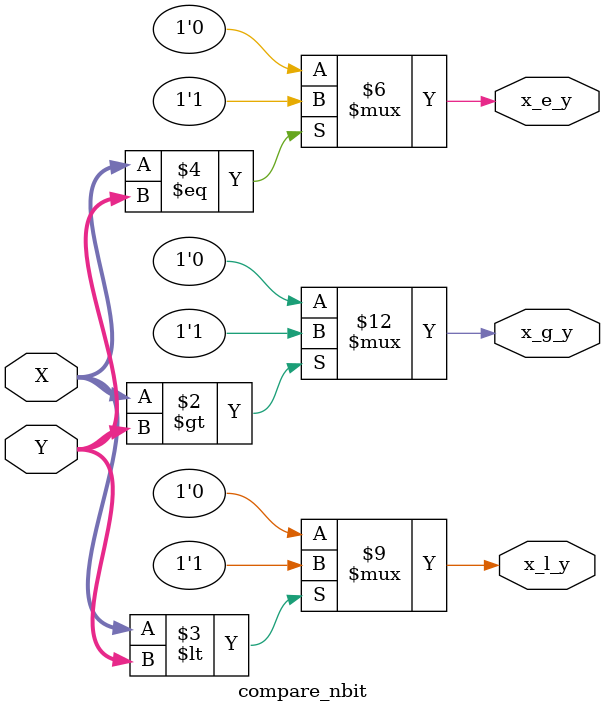
<source format=v>
module compare_nbit(
	input wire [n-1:0] X,
	input wire [n-1:0] Y,
	output reg x_g_y,
	output reg x_l_y,
	output reg x_e_y
);

parameter n = 8;

always @(X or Y)
	begin
		if (X > Y)
			x_g_y = 1;
		else
			x_g_y = 0;
		
		if (X < Y)
			x_l_y = 1;
		else
			x_l_y = 0;
			
		if (X == Y)
			x_e_y = 1;
		else
			x_e_y = 0;
	end
endmodule
</source>
